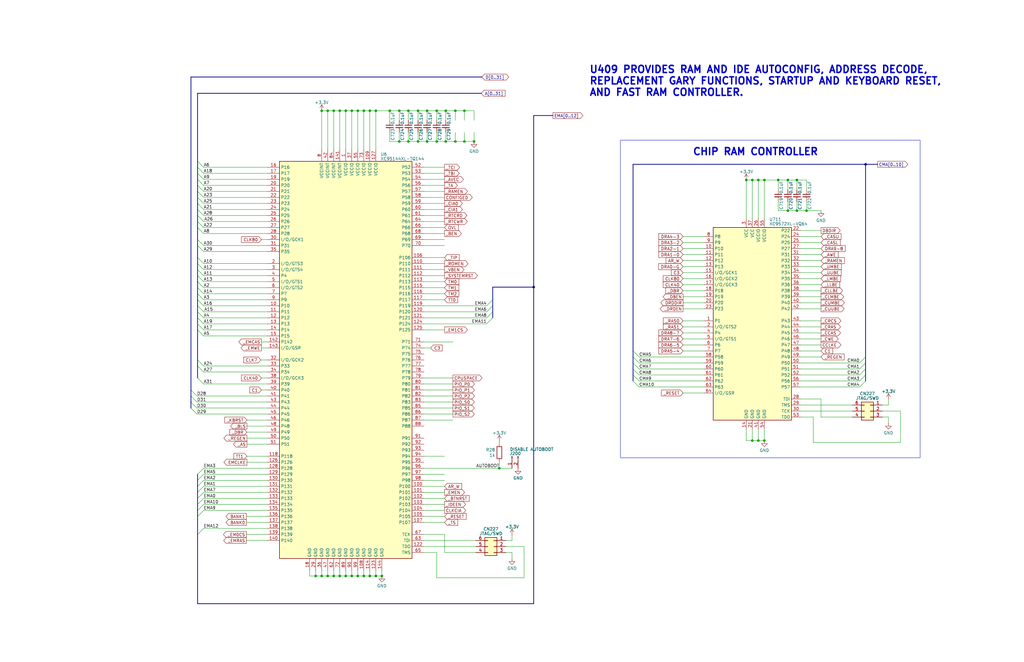
<source format=kicad_sch>
(kicad_sch (version 20230121) (generator eeschema)
  (paper "B")
  (title_block (title "AMIGA PCI") (date "2023-05-28") (rev "1"))
  (junction (at 148.336 243.078))
  (junction (at 180.086 59.69))
  (junction (at 140.716 46.736))
  (junction (at 161.036 243.078))
  (junction (at 195.834 46.736))
  (junction (at 322.326 185.928))
  (junction (at 145.796 243.078))
  (junction (at 319.786 185.928))
  (junction (at 168.402 59.69))
  (junction (at 153.416 46.736))
  (junction (at 158.496 46.736))
  (junction (at 336.042 75.946))
  (junction (at 148.336 46.736))
  (junction (at 184.15 46.736))
  (junction (at 192.024 46.736))
  (junction (at 143.256 46.736))
  (junction (at 150.876 243.078))
  (junction (at 153.416 243.078))
  (junction (at 336.042 88.9))
  (junction (at 176.276 59.69))
  (junction (at 155.956 243.078))
  (junction (at 138.176 243.078))
  (junction (at 145.796 46.736))
  (junction (at 319.786 75.946))
  (junction (at 317.246 75.946))
  (junction (at 138.176 46.736))
  (junction (at 322.326 75.946))
  (junction (at 340.106 88.9))
  (junction (at 135.636 46.736))
  (junction (at 150.876 46.736))
  (junction (at 155.956 46.736))
  (junction (at 195.834 59.69))
  (junction (at 332.232 88.9))
  (junction (at 328.168 75.946))
  (junction (at 172.212 46.736))
  (junction (at 133.096 243.078))
  (junction (at 143.256 243.078))
  (junction (at 317.246 185.928))
  (junction (at 187.96 46.736))
  (junction (at 176.276 46.736))
  (junction (at 135.636 243.078))
  (junction (at 164.338 46.736))
  (junction (at 168.402 46.736))
  (junction (at 210.566 197.612))
  (junction (at 332.232 75.946))
  (junction (at 225.044 121.158))
  (junction (at 172.212 59.69))
  (junction (at 184.15 59.69))
  (junction (at 199.898 59.69))
  (junction (at 140.716 243.078))
  (junction (at 314.706 75.946))
  (junction (at 158.496 243.078))
  (junction (at 180.086 46.736))
  (junction (at 364.998 69.342))
  (junction (at 187.96 59.69))
  (junction (at 192.024 59.69))
  (bus_entry (at 85.852 134.112) (size -2.54 -2.54))
  (bus_entry (at 362.458 160.782) (size 2.54 -2.54))
  (bus_entry (at 85.852 215.392) (size -2.54 2.54))
  (bus_entry (at 205.232 136.652) (size 2.54 -2.54))
  (bus_entry (at 85.852 126.492) (size -2.54 -2.54))
  (bus_entry (at 83.058 174.752) (size -2.54 -2.54))
  (bus_entry (at 205.232 129.032) (size 2.54 -2.54))
  (bus_entry (at 85.852 200.152) (size -2.54 2.54))
  (bus_entry (at 269.494 160.782) (size -2.54 -2.54))
  (bus_entry (at 362.458 163.322) (size 2.54 -2.54))
  (bus_entry (at 85.852 202.692) (size -2.54 2.54))
  (bus_entry (at 85.852 121.412) (size -2.54 -2.54))
  (bus_entry (at 85.852 73.152) (size -2.54 -2.54))
  (bus_entry (at 362.458 153.162) (size 2.54 -2.54))
  (bus_entry (at 85.852 118.872) (size -2.54 -2.54))
  (bus_entry (at 85.852 83.312) (size -2.54 -2.54))
  (bus_entry (at 85.852 139.192) (size -2.54 -2.54))
  (bus_entry (at 85.852 116.332) (size -2.54 -2.54))
  (bus_entry (at 85.852 96.012) (size -2.54 -2.54))
  (bus_entry (at 85.852 154.432) (size -2.54 -2.54))
  (bus_entry (at 269.494 163.322) (size -2.54 -2.54))
  (bus_entry (at 85.852 75.692) (size -2.54 -2.54))
  (bus_entry (at 85.852 156.972) (size -2.54 -2.54))
  (bus_entry (at 85.852 111.252) (size -2.54 -2.54))
  (bus_entry (at 205.232 131.572) (size 2.54 -2.54))
  (bus_entry (at 85.852 113.792) (size -2.54 -2.54))
  (bus_entry (at 85.852 207.772) (size -2.54 2.54))
  (bus_entry (at 269.494 153.162) (size -2.54 -2.54))
  (bus_entry (at 83.058 172.212) (size -2.54 -2.54))
  (bus_entry (at 85.852 131.572) (size -2.54 -2.54))
  (bus_entry (at 85.852 212.852) (size -2.54 2.54))
  (bus_entry (at 85.852 78.232) (size -2.54 -2.54))
  (bus_entry (at 85.852 123.952) (size -2.54 -2.54))
  (bus_entry (at 85.852 80.772) (size -2.54 -2.54))
  (bus_entry (at 85.852 70.612) (size -2.54 -2.54))
  (bus_entry (at 362.458 155.702) (size 2.54 -2.54))
  (bus_entry (at 269.494 158.242) (size -2.54 -2.54))
  (bus_entry (at 85.852 223.012) (size -2.54 2.54))
  (bus_entry (at 83.058 167.132) (size -2.54 -2.54))
  (bus_entry (at 85.852 103.632) (size -2.54 -2.54))
  (bus_entry (at 85.852 88.392) (size -2.54 -2.54))
  (bus_entry (at 85.852 136.652) (size -2.54 -2.54))
  (bus_entry (at 205.232 134.112) (size 2.54 -2.54))
  (bus_entry (at 83.058 169.672) (size -2.54 -2.54))
  (bus_entry (at 85.852 129.032) (size -2.54 -2.54))
  (bus_entry (at 85.852 90.932) (size -2.54 -2.54))
  (bus_entry (at 85.852 106.172) (size -2.54 -2.54))
  (bus_entry (at 85.852 210.312) (size -2.54 2.54))
  (bus_entry (at 85.852 98.552) (size -2.54 -2.54))
  (bus_entry (at 85.852 85.852) (size -2.54 -2.54))
  (bus_entry (at 85.852 197.612) (size -2.54 2.54))
  (bus_entry (at 85.852 205.232) (size -2.54 2.54))
  (bus_entry (at 269.494 150.622) (size -2.54 -2.54))
  (bus_entry (at 85.852 162.052) (size -2.54 -2.54))
  (bus_entry (at 85.852 93.472) (size -2.54 -2.54))
  (bus_entry (at 269.494 155.702) (size -2.54 -2.54))
  (bus_entry (at 85.852 141.732) (size -2.54 -2.54))
  (bus_entry (at 362.458 158.242) (size 2.54 -2.54))
  (wire (pts (xy 372.11 173.482) (xy 379.73 173.482)))
  (wire (pts (xy 337.566 140.462) (xy 346.202 140.462)))
  (wire (pts (xy 85.852 103.632) (xy 112.776 103.632)))
  (wire (pts (xy 138.176 62.992) (xy 138.176 46.736)))
  (wire (pts (xy 195.834 46.736) (xy 192.024 46.736)))
  (wire (pts (xy 288.036 137.922) (xy 296.926 137.922)))
  (wire (pts (xy 85.852 139.192) (xy 112.776 139.192)))
  (wire (pts (xy 164.338 59.69) (xy 168.402 59.69)))
  (wire (pts (xy 372.11 170.942) (xy 374.65 170.942)))
  (wire (pts (xy 187.452 126.492) (xy 178.816 126.492)))
  (wire (pts (xy 172.212 46.736) (xy 168.402 46.736)))
  (wire (pts (xy 288.036 109.982) (xy 296.926 109.982)))
  (wire (pts (xy 288.036 148.082) (xy 296.926 148.082)))
  (wire (pts (xy 133.096 243.078) (xy 135.636 243.078)))
  (wire (pts (xy 332.232 88.9) (xy 336.042 88.9)))
  (wire (pts (xy 187.452 121.412) (xy 178.816 121.412)))
  (bus (pts (xy 83.312 93.472) (xy 83.312 96.012)))
  (wire (pts (xy 112.776 96.012) (xy 85.852 96.012)))
  (wire (pts (xy 85.852 156.972) (xy 112.776 156.972)))
  (wire (pts (xy 269.494 153.162) (xy 296.926 153.162)))
  (wire (pts (xy 187.96 55.88) (xy 187.96 59.69)))
  (wire (pts (xy 150.876 243.078) (xy 153.416 243.078)))
  (wire (pts (xy 288.036 140.462) (xy 296.926 140.462)))
  (wire (pts (xy 145.796 243.078) (xy 148.336 243.078)))
  (wire (pts (xy 288.036 107.442) (xy 296.926 107.442)))
  (wire (pts (xy 342.9 176.022) (xy 337.566 176.022)))
  (wire (pts (xy 85.852 70.612) (xy 112.776 70.612)))
  (wire (pts (xy 104.14 179.832) (xy 112.776 179.832)))
  (wire (pts (xy 112.776 134.112) (xy 85.852 134.112)))
  (wire (pts (xy 178.816 88.392) (xy 187.452 88.392)))
  (wire (pts (xy 130.556 243.078) (xy 133.096 243.078)))
  (wire (pts (xy 195.834 55.88) (xy 195.834 59.69)))
  (wire (pts (xy 135.636 243.078) (xy 138.176 243.078)))
  (wire (pts (xy 195.834 46.736) (xy 195.834 50.8)))
  (wire (pts (xy 104.14 182.372) (xy 112.776 182.372)))
  (wire (pts (xy 192.024 46.736) (xy 192.024 50.8)))
  (bus (pts (xy 83.312 39.37) (xy 202.946 39.37)))
  (wire (pts (xy 336.042 75.946) (xy 336.042 80.01)))
  (wire (pts (xy 85.852 88.392) (xy 112.776 88.392)))
  (wire (pts (xy 337.566 117.602) (xy 346.202 117.602)))
  (wire (pts (xy 362.458 160.782) (xy 337.566 160.782)))
  (wire (pts (xy 161.036 243.078) (xy 161.036 240.792)))
  (wire (pts (xy 110.236 146.812) (xy 112.776 146.812)))
  (wire (pts (xy 85.852 215.392) (xy 112.776 215.392)))
  (bus (pts (xy 266.954 153.162) (xy 266.954 150.622)))
  (wire (pts (xy 187.452 103.632) (xy 178.816 103.632)))
  (wire (pts (xy 178.816 230.632) (xy 200.66 230.632)))
  (bus (pts (xy 83.312 121.412) (xy 83.312 118.872)))
  (wire (pts (xy 317.246 92.202) (xy 317.246 75.946)))
  (wire (pts (xy 85.852 210.312) (xy 112.776 210.312)))
  (bus (pts (xy 266.954 69.342) (xy 364.998 69.342)))
  (wire (pts (xy 187.96 46.736) (xy 187.96 50.8)))
  (wire (pts (xy 322.326 181.102) (xy 322.326 185.928)))
  (wire (pts (xy 180.086 59.69) (xy 184.15 59.69)))
  (wire (pts (xy 153.416 243.078) (xy 155.956 243.078)))
  (bus (pts (xy 83.312 131.572) (xy 83.312 129.032)))
  (bus (pts (xy 83.312 118.872) (xy 83.312 116.332)))
  (wire (pts (xy 178.816 75.692) (xy 187.452 75.692)))
  (wire (pts (xy 346.202 150.622) (xy 337.566 150.622)))
  (wire (pts (xy 337.566 143.002) (xy 346.202 143.002)))
  (wire (pts (xy 317.246 75.946) (xy 314.706 75.946)))
  (wire (pts (xy 187.96 59.69) (xy 192.024 59.69)))
  (wire (pts (xy 372.11 176.022) (xy 374.65 176.022)))
  (wire (pts (xy 314.706 181.102) (xy 314.706 185.928)))
  (wire (pts (xy 172.212 59.69) (xy 176.276 59.69)))
  (wire (pts (xy 337.566 112.522) (xy 346.202 112.522)))
  (bus (pts (xy 83.312 134.112) (xy 83.312 131.572)))
  (wire (pts (xy 164.338 55.88) (xy 164.338 59.69)))
  (bus (pts (xy 364.998 150.622) (xy 364.998 153.162)))
  (wire (pts (xy 112.776 116.332) (xy 85.852 116.332)))
  (wire (pts (xy 337.566 99.822) (xy 346.202 99.822)))
  (wire (pts (xy 215.9 197.612) (xy 210.566 197.612)))
  (bus (pts (xy 364.998 69.342) (xy 370.078 69.342)))
  (wire (pts (xy 178.816 78.232) (xy 187.452 78.232)))
  (wire (pts (xy 145.796 46.736) (xy 143.256 46.736)))
  (wire (pts (xy 332.232 75.946) (xy 332.232 80.01)))
  (wire (pts (xy 337.566 130.302) (xy 346.202 130.302)))
  (wire (pts (xy 178.816 108.712) (xy 187.452 108.712)))
  (wire (pts (xy 104.14 192.532) (xy 112.776 192.532)))
  (wire (pts (xy 103.886 228.092) (xy 112.776 228.092)))
  (bus (pts (xy 225.044 48.768) (xy 225.044 121.158)))
  (wire (pts (xy 155.956 46.736) (xy 153.416 46.736)))
  (wire (pts (xy 112.776 75.692) (xy 85.852 75.692)))
  (wire (pts (xy 337.566 120.142) (xy 346.202 120.142)))
  (bus (pts (xy 80.518 169.672) (xy 80.518 167.132)))
  (wire (pts (xy 187.452 139.192) (xy 178.816 139.192)))
  (bus (pts (xy 83.312 111.252) (xy 83.312 113.792)))
  (wire (pts (xy 337.566 137.922) (xy 346.202 137.922)))
  (wire (pts (xy 379.73 186.69) (xy 342.9 186.69)))
  (wire (pts (xy 317.246 185.928) (xy 319.786 185.928)))
  (wire (pts (xy 178.816 144.272) (xy 191.008 144.272)))
  (wire (pts (xy 288.036 122.682) (xy 296.926 122.682)))
  (wire (pts (xy 178.816 73.152) (xy 187.452 73.152)))
  (wire (pts (xy 178.816 167.132) (xy 191.008 167.132)))
  (bus (pts (xy 83.312 151.892) (xy 83.312 154.432)))
  (wire (pts (xy 85.852 85.852) (xy 112.776 85.852)))
  (wire (pts (xy 148.336 240.792) (xy 148.336 243.078)))
  (wire (pts (xy 362.458 163.322) (xy 337.566 163.322)))
  (wire (pts (xy 192.024 46.736) (xy 187.96 46.736)))
  (wire (pts (xy 288.036 127.762) (xy 296.926 127.762)))
  (wire (pts (xy 288.036 104.902) (xy 296.926 104.902)))
  (wire (pts (xy 103.886 217.932) (xy 112.776 217.932)))
  (bus (pts (xy 83.312 139.192) (xy 83.312 151.892)))
  (wire (pts (xy 337.566 168.402) (xy 346.202 168.402)))
  (bus (pts (xy 364.998 155.702) (xy 364.998 158.242)))
  (wire (pts (xy 269.494 150.622) (xy 296.926 150.622)))
  (wire (pts (xy 85.852 205.232) (xy 112.776 205.232)))
  (bus (pts (xy 83.312 136.652) (xy 83.312 134.112)))
  (wire (pts (xy 180.086 46.736) (xy 180.086 50.8)))
  (wire (pts (xy 112.776 169.672) (xy 83.058 169.672)))
  (bus (pts (xy 83.312 80.772) (xy 83.312 78.232)))
  (bus (pts (xy 266.954 155.702) (xy 266.954 153.162)))
  (wire (pts (xy 153.416 62.992) (xy 153.416 46.736)))
  (wire (pts (xy 187.452 217.932) (xy 178.816 217.932)))
  (wire (pts (xy 181.61 146.812) (xy 178.816 146.812)))
  (wire (pts (xy 314.706 75.946) (xy 314.706 92.202)))
  (wire (pts (xy 168.402 59.69) (xy 172.212 59.69)))
  (wire (pts (xy 158.496 243.078) (xy 161.036 243.078)))
  (wire (pts (xy 337.566 104.902) (xy 346.202 104.902)))
  (wire (pts (xy 213.36 230.632) (xy 220.98 230.632)))
  (wire (pts (xy 269.494 158.242) (xy 296.926 158.242)))
  (wire (pts (xy 195.834 59.69) (xy 199.898 59.69)))
  (bus (pts (xy 83.312 78.232) (xy 83.312 75.692)))
  (wire (pts (xy 379.73 173.482) (xy 379.73 186.69)))
  (wire (pts (xy 178.816 200.152) (xy 187.452 200.152)))
  (wire (pts (xy 288.036 135.382) (xy 296.926 135.382)))
  (wire (pts (xy 288.036 145.542) (xy 296.926 145.542)))
  (bus (pts (xy 207.772 134.112) (xy 207.772 131.572)))
  (wire (pts (xy 178.816 70.612) (xy 187.452 70.612)))
  (wire (pts (xy 110.236 101.092) (xy 112.776 101.092)))
  (bus (pts (xy 83.312 136.906) (xy 83.312 139.192)))
  (wire (pts (xy 342.9 186.69) (xy 342.9 176.022)))
  (bus (pts (xy 83.312 225.552) (xy 83.312 254.762)))
  (wire (pts (xy 104.14 187.452) (xy 112.776 187.452)))
  (wire (pts (xy 199.898 46.736) (xy 195.834 46.736)))
  (wire (pts (xy 184.15 243.84) (xy 184.15 233.172)))
  (wire (pts (xy 269.494 163.322) (xy 296.926 163.322)))
  (wire (pts (xy 288.036 117.602) (xy 296.926 117.602)))
  (wire (pts (xy 110.236 159.512) (xy 112.776 159.512)))
  (bus (pts (xy 83.312 103.632) (xy 83.312 108.712)))
  (wire (pts (xy 337.566 102.362) (xy 346.202 102.362)))
  (bus (pts (xy 83.312 215.392) (xy 83.312 217.932)))
  (wire (pts (xy 187.452 118.872) (xy 178.816 118.872)))
  (bus (pts (xy 266.954 158.242) (xy 266.954 155.702)))
  (wire (pts (xy 85.852 212.852) (xy 112.776 212.852)))
  (wire (pts (xy 337.566 158.242) (xy 362.458 158.242)))
  (wire (pts (xy 328.168 88.9) (xy 332.232 88.9)))
  (wire (pts (xy 112.776 136.652) (xy 85.852 136.652)))
  (wire (pts (xy 337.566 115.062) (xy 346.202 115.062)))
  (wire (pts (xy 110.236 144.272) (xy 112.776 144.272)))
  (wire (pts (xy 374.65 168.656) (xy 374.65 170.942)))
  (wire (pts (xy 178.816 90.932) (xy 187.452 90.932)))
  (wire (pts (xy 158.496 62.992) (xy 158.496 46.736)))
  (wire (pts (xy 168.402 46.736) (xy 168.402 50.8)))
  (wire (pts (xy 164.338 46.736) (xy 158.496 46.736)))
  (wire (pts (xy 112.776 167.132) (xy 83.058 167.132)))
  (bus (pts (xy 266.954 148.082) (xy 266.954 69.342)))
  (bus (pts (xy 83.312 123.952) (xy 83.312 121.412)))
  (wire (pts (xy 112.776 90.932) (xy 85.852 90.932)))
  (wire (pts (xy 288.036 99.822) (xy 296.926 99.822)))
  (wire (pts (xy 184.15 233.172) (xy 178.816 233.172)))
  (wire (pts (xy 178.816 93.472) (xy 187.452 93.472)))
  (wire (pts (xy 296.926 165.862) (xy 288.036 165.862)))
  (wire (pts (xy 178.816 159.512) (xy 191.008 159.512)))
  (wire (pts (xy 112.776 83.312) (xy 85.852 83.312)))
  (wire (pts (xy 359.41 176.022) (xy 346.202 176.022)))
  (wire (pts (xy 337.566 173.482) (xy 359.41 173.482)))
  (wire (pts (xy 332.232 85.09) (xy 332.232 88.9)))
  (wire (pts (xy 140.716 46.736) (xy 138.176 46.736)))
  (wire (pts (xy 172.212 55.88) (xy 172.212 59.69)))
  (wire (pts (xy 210.566 186.182) (xy 210.566 187.198)))
  (wire (pts (xy 322.326 92.202) (xy 322.326 75.946)))
  (wire (pts (xy 85.852 154.432) (xy 112.776 154.432)))
  (bus (pts (xy 207.772 126.492) (xy 207.772 121.158)))
  (wire (pts (xy 187.452 192.532) (xy 178.816 192.532)))
  (wire (pts (xy 337.566 122.682) (xy 346.202 122.682)))
  (wire (pts (xy 148.336 243.078) (xy 150.876 243.078)))
  (bus (pts (xy 225.044 121.158) (xy 225.044 254.762)))
  (wire (pts (xy 319.786 181.102) (xy 319.786 185.928)))
  (wire (pts (xy 336.042 88.9) (xy 340.106 88.9)))
  (bus (pts (xy 80.518 167.132) (xy 80.518 164.592)))
  (wire (pts (xy 337.566 135.382) (xy 346.202 135.382)))
  (wire (pts (xy 337.566 155.702) (xy 362.458 155.702)))
  (wire (pts (xy 112.776 73.152) (xy 85.852 73.152)))
  (wire (pts (xy 153.416 240.792) (xy 153.416 243.078)))
  (wire (pts (xy 133.096 240.792) (xy 133.096 243.078)))
  (wire (pts (xy 112.776 118.872) (xy 85.852 118.872)))
  (wire (pts (xy 153.416 46.736) (xy 150.876 46.736)))
  (bus (pts (xy 80.518 172.212) (xy 80.518 169.672)))
  (wire (pts (xy 187.96 46.736) (xy 184.15 46.736)))
  (bus (pts (xy 83.312 85.852) (xy 83.312 83.312)))
  (wire (pts (xy 112.776 123.952) (xy 85.852 123.952)))
  (wire (pts (xy 109.982 151.892) (xy 112.776 151.892)))
  (bus (pts (xy 83.312 154.432) (xy 83.312 159.512)))
  (wire (pts (xy 205.232 129.032) (xy 178.816 129.032)))
  (bus (pts (xy 364.998 158.242) (xy 364.998 160.782)))
  (wire (pts (xy 178.816 228.092) (xy 200.66 228.092)))
  (wire (pts (xy 178.816 207.772) (xy 187.452 207.772)))
  (wire (pts (xy 220.98 243.84) (xy 184.15 243.84)))
  (wire (pts (xy 172.212 46.736) (xy 172.212 50.8)))
  (wire (pts (xy 288.036 102.362) (xy 296.926 102.362)))
  (wire (pts (xy 85.852 202.692) (xy 112.776 202.692)))
  (wire (pts (xy 210.566 197.612) (xy 178.816 197.612)))
  (bus (pts (xy 266.954 160.782) (xy 266.954 158.242)))
  (wire (pts (xy 184.15 46.736) (xy 184.15 50.8)))
  (wire (pts (xy 337.566 127.762) (xy 346.202 127.762)))
  (wire (pts (xy 178.816 169.672) (xy 191.008 169.672)))
  (wire (pts (xy 328.168 75.946) (xy 328.168 80.01)))
  (wire (pts (xy 200.66 233.172) (xy 187.452 233.172)))
  (wire (pts (xy 187.452 123.952) (xy 178.816 123.952)))
  (wire (pts (xy 374.65 176.022) (xy 374.65 178.562)))
  (wire (pts (xy 112.776 111.252) (xy 85.852 111.252)))
  (wire (pts (xy 332.232 75.946) (xy 328.168 75.946)))
  (wire (pts (xy 328.168 75.946) (xy 322.326 75.946)))
  (wire (pts (xy 187.452 233.172) (xy 187.452 225.552)))
  (wire (pts (xy 85.852 223.012) (xy 112.776 223.012)))
  (wire (pts (xy 150.876 46.736) (xy 150.876 62.992)))
  (wire (pts (xy 192.024 59.69) (xy 195.834 59.69)))
  (wire (pts (xy 155.956 240.792) (xy 155.956 243.078)))
  (wire (pts (xy 288.036 143.002) (xy 296.926 143.002)))
  (wire (pts (xy 205.232 131.572) (xy 178.816 131.572)))
  (wire (pts (xy 184.15 46.736) (xy 180.086 46.736)))
  (wire (pts (xy 85.852 162.052) (xy 112.776 162.052)))
  (bus (pts (xy 83.312 101.092) (xy 83.312 103.632)))
  (bus (pts (xy 83.312 68.072) (xy 83.312 39.37)))
  (wire (pts (xy 178.816 83.312) (xy 187.452 83.312)))
  (wire (pts (xy 112.776 172.212) (xy 83.058 172.212)))
  (wire (pts (xy 180.086 46.736) (xy 176.276 46.736)))
  (wire (pts (xy 178.816 98.552) (xy 187.452 98.552)))
  (wire (pts (xy 215.9 225.806) (xy 215.9 228.092)))
  (wire (pts (xy 85.852 106.172) (xy 112.776 106.172)))
  (wire (pts (xy 112.776 129.032) (xy 85.852 129.032)))
  (wire (pts (xy 178.816 202.692) (xy 187.452 202.692)))
  (wire (pts (xy 362.458 153.162) (xy 337.566 153.162)))
  (wire (pts (xy 328.168 85.09) (xy 328.168 88.9)))
  (wire (pts (xy 103.886 225.552) (xy 112.776 225.552)))
  (wire (pts (xy 85.852 141.732) (xy 112.776 141.732)))
  (wire (pts (xy 178.816 225.552) (xy 187.452 225.552)))
  (bus (pts (xy 225.044 48.768) (xy 233.172 48.768)))
  (wire (pts (xy 85.852 126.492) (xy 112.776 126.492)))
  (wire (pts (xy 135.636 46.736) (xy 135.636 62.992)))
  (bus (pts (xy 83.312 205.232) (xy 83.312 207.772)))
  (bus (pts (xy 83.312 217.932) (xy 83.312 225.552)))
  (wire (pts (xy 288.036 115.062) (xy 296.926 115.062)))
  (wire (pts (xy 130.556 240.792) (xy 130.556 243.078)))
  (bus (pts (xy 83.312 200.152) (xy 83.312 202.692)))
  (wire (pts (xy 143.256 243.078) (xy 145.796 243.078)))
  (bus (pts (xy 266.954 150.622) (xy 266.954 148.082)))
  (wire (pts (xy 178.816 111.252) (xy 187.452 111.252)))
  (wire (pts (xy 340.106 85.09) (xy 340.106 88.9)))
  (wire (pts (xy 288.036 130.302) (xy 296.926 130.302)))
  (wire (pts (xy 110.236 164.592) (xy 112.776 164.592)))
  (wire (pts (xy 205.232 136.652) (xy 178.816 136.652)))
  (wire (pts (xy 176.276 46.736) (xy 172.212 46.736)))
  (wire (pts (xy 103.886 220.472) (xy 112.776 220.472)))
  (bus (pts (xy 364.998 153.162) (xy 364.998 155.702)))
  (bus (pts (xy 207.772 131.572) (xy 207.772 129.032)))
  (wire (pts (xy 178.816 164.592) (xy 191.008 164.592)))
  (wire (pts (xy 143.256 46.736) (xy 140.716 46.736)))
  (wire (pts (xy 85.852 207.772) (xy 112.776 207.772)))
  (bus (pts (xy 83.312 210.312) (xy 83.312 212.852)))
  (wire (pts (xy 340.106 75.946) (xy 340.106 80.01)))
  (wire (pts (xy 140.716 46.736) (xy 140.716 62.992)))
  (wire (pts (xy 336.042 85.09) (xy 336.042 88.9)))
  (wire (pts (xy 337.566 97.282) (xy 346.202 97.282)))
  (wire (pts (xy 184.15 59.69) (xy 187.96 59.69)))
  (bus (pts (xy 83.312 83.312) (xy 83.312 80.772)))
  (bus (pts (xy 83.312 254.762) (xy 225.044 254.762)))
  (wire (pts (xy 314.706 185.928) (xy 317.246 185.928)))
  (wire (pts (xy 148.336 46.736) (xy 150.876 46.736)))
  (wire (pts (xy 178.816 172.212) (xy 191.008 172.212)))
  (wire (pts (xy 148.336 62.992) (xy 148.336 46.736)))
  (wire (pts (xy 112.776 174.752) (xy 83.058 174.752)))
  (wire (pts (xy 112.776 93.472) (xy 85.852 93.472)))
  (wire (pts (xy 213.36 228.092) (xy 215.9 228.092)))
  (wire (pts (xy 336.042 75.946) (xy 332.232 75.946)))
  (wire (pts (xy 176.276 55.88) (xy 176.276 59.69)))
  (wire (pts (xy 322.326 75.946) (xy 319.786 75.946)))
  (wire (pts (xy 138.176 240.792) (xy 138.176 243.078)))
  (wire (pts (xy 164.338 46.736) (xy 164.338 50.8)))
  (wire (pts (xy 145.796 240.792) (xy 145.796 243.078)))
  (bus (pts (xy 80.518 32.512) (xy 203.2 32.512)))
  (wire (pts (xy 319.786 92.202) (xy 319.786 75.946)))
  (bus (pts (xy 83.312 207.772) (xy 83.312 210.312)))
  (wire (pts (xy 178.816 162.052) (xy 191.008 162.052)))
  (wire (pts (xy 85.852 200.152) (xy 112.776 200.152)))
  (bus (pts (xy 83.312 108.712) (xy 83.312 111.252)))
  (wire (pts (xy 337.566 170.942) (xy 359.41 170.942)))
  (wire (pts (xy 148.336 46.736) (xy 145.796 46.736)))
  (wire (pts (xy 178.816 113.792) (xy 187.452 113.792)))
  (wire (pts (xy 319.786 185.928) (xy 322.326 185.928)))
  (wire (pts (xy 85.852 113.792) (xy 112.776 113.792)))
  (wire (pts (xy 158.496 240.792) (xy 158.496 243.078)))
  (bus (pts (xy 83.312 116.332) (xy 83.312 113.792)))
  (wire (pts (xy 346.202 176.022) (xy 346.202 168.402)))
  (bus (pts (xy 207.772 121.158) (xy 225.044 121.158)))
  (bus (pts (xy 83.312 126.492) (xy 83.312 123.952)))
  (bus (pts (xy 83.312 93.472) (xy 83.312 90.932)))
  (wire (pts (xy 205.232 134.112) (xy 178.816 134.112)))
  (bus (pts (xy 83.312 88.392) (xy 83.312 85.852)))
  (bus (pts (xy 83.312 90.932) (xy 83.312 88.392)))
  (wire (pts (xy 176.276 59.69) (xy 180.086 59.69)))
  (wire (pts (xy 178.816 210.312) (xy 187.452 210.312)))
  (wire (pts (xy 143.256 62.992) (xy 143.256 46.736)))
  (bus (pts (xy 83.312 129.032) (xy 83.312 126.492)))
  (wire (pts (xy 85.852 197.612) (xy 112.776 197.612)))
  (wire (pts (xy 145.796 62.992) (xy 145.796 46.736)))
  (wire (pts (xy 155.956 243.078) (xy 158.496 243.078)))
  (wire (pts (xy 178.816 85.852) (xy 187.452 85.852)))
  (wire (pts (xy 104.14 184.912) (xy 112.776 184.912)))
  (bus (pts (xy 207.772 129.032) (xy 207.772 126.492)))
  (wire (pts (xy 178.816 80.772) (xy 187.452 80.772)))
  (wire (pts (xy 140.716 243.078) (xy 143.256 243.078)))
  (wire (pts (xy 187.452 212.852) (xy 178.816 212.852)))
  (wire (pts (xy 135.636 240.792) (xy 135.636 243.078)))
  (bus (pts (xy 83.312 75.692) (xy 83.312 73.152)))
  (wire (pts (xy 340.106 88.9) (xy 346.202 88.9)))
  (wire (pts (xy 288.036 120.142) (xy 296.926 120.142)))
  (wire (pts (xy 269.494 160.782) (xy 296.926 160.782)))
  (bus (pts (xy 83.312 202.692) (xy 83.312 205.232)))
  (wire (pts (xy 187.452 116.332) (xy 178.816 116.332)))
  (wire (pts (xy 288.036 125.222) (xy 296.926 125.222)))
  (wire (pts (xy 187.452 101.092) (xy 178.816 101.092)))
  (wire (pts (xy 337.566 125.222) (xy 346.202 125.222)))
  (wire (pts (xy 180.086 55.88) (xy 180.086 59.69)))
  (wire (pts (xy 199.898 55.88) (xy 199.898 59.69)))
  (wire (pts (xy 337.566 107.442) (xy 346.202 107.442)))
  (wire (pts (xy 317.246 181.102) (xy 317.246 185.928)))
  (wire (pts (xy 178.816 96.012) (xy 187.452 96.012)))
  (bus (pts (xy 83.312 68.072) (xy 83.312 70.612)))
  (wire (pts (xy 215.9 233.172) (xy 215.9 235.712)))
  (wire (pts (xy 210.566 194.818) (xy 210.566 197.612)))
  (bus (pts (xy 83.312 212.852) (xy 83.312 215.392)))
  (wire (pts (xy 199.898 46.736) (xy 199.898 50.8)))
  (wire (pts (xy 319.786 75.946) (xy 317.246 75.946)))
  (wire (pts (xy 140.716 240.792) (xy 140.716 243.078)))
  (bus (pts (xy 80.518 32.512) (xy 80.518 164.592)))
  (wire (pts (xy 337.566 109.982) (xy 346.202 109.982)))
  (wire (pts (xy 143.256 240.792) (xy 143.256 243.078)))
  (wire (pts (xy 220.98 230.632) (xy 220.98 243.84)))
  (wire (pts (xy 213.36 233.172) (xy 215.9 233.172)))
  (wire (pts (xy 178.816 205.232) (xy 187.452 205.232)))
  (wire (pts (xy 112.776 131.572) (xy 85.852 131.572)))
  (wire (pts (xy 178.816 220.472) (xy 187.452 220.472)))
  (wire (pts (xy 158.496 46.736) (xy 155.956 46.736)))
  (wire (pts (xy 112.776 78.232) (xy 85.852 78.232)))
  (wire (pts (xy 187.452 215.392) (xy 178.816 215.392)))
  (wire (pts (xy 176.276 46.736) (xy 176.276 50.8)))
  (wire (pts (xy 288.036 112.522) (xy 296.926 112.522)))
  (wire (pts (xy 112.776 80.772) (xy 85.852 80.772)))
  (wire (pts (xy 168.402 55.88) (xy 168.402 59.69)))
  (wire (pts (xy 85.852 98.552) (xy 112.776 98.552)))
  (wire (pts (xy 269.494 155.702) (xy 296.926 155.702)))
  (wire (pts (xy 178.816 174.752) (xy 191.008 174.752)))
  (wire (pts (xy 150.876 240.792) (xy 150.876 243.078)))
  (wire (pts (xy 104.14 177.292) (xy 112.776 177.292)))
  (bus (pts (xy 83.312 96.012) (xy 83.312 101.092)))
  (wire (pts (xy 192.024 55.88) (xy 192.024 59.69)))
  (wire (pts (xy 155.956 62.992) (xy 155.956 46.736)))
  (wire (pts (xy 104.14 195.072) (xy 112.776 195.072)))
  (bus (pts (xy 83.312 73.152) (xy 83.312 70.612)))
  (bus (pts (xy 364.998 69.342) (xy 364.998 150.622)))
  (wire (pts (xy 168.402 46.736) (xy 164.338 46.736)))
  (wire (pts (xy 138.176 243.078) (xy 140.716 243.078)))
  (wire (pts (xy 112.776 121.412) (xy 85.852 121.412)))
  (wire (pts (xy 346.202 148.082) (xy 337.566 148.082)))
  (wire (pts (xy 337.566 145.542) (xy 346.202 145.542)))
  (wire (pts (xy 184.15 55.88) (xy 184.15 59.69)))
  (wire (pts (xy 340.106 75.946) (xy 336.042 75.946)))
  (wire (pts (xy 178.816 177.292) (xy 191.008 177.292)))
  (wire (pts (xy 138.176 46.736) (xy 135.636 46.736)))
  (rectangle (start 261.62 59.182) (end 387.985 193.167))
  (text "CHIP RAM CONTROLLER" (at 291.973 65.913 0) (effects (font (size 3 3) (thickness 0.6) bold) (justify left bottom)))
  (text "U409 PROVIDES RAM AND IDE AUTOCONFIG, ADDRESS DECODE,\nREPLACEMENT GARY FUNCTIONS, STARTUP AND KEYBOARD RESET, \nAND FAST RAM CONTROLLER." (at 248.412 40.894 0) (effects (font (size 3 3) (thickness 0.6) bold) (justify left bottom)))
  (label "EMA10" (at 85.852 212.852 0))
  (label "CMA2" (at 362.458 158.242 180))
  (label "A30" (at 85.852 103.632 0))
  (label "A3" (at 85.852 126.492 0))
  (label "A27" (at 85.852 156.972 0))
  (label "A14" (at 85.852 123.952 0))
  (label "D31" (at 83.058 169.672 0))
  (label "A22" (at 85.852 96.012 0))
  (label "A26" (at 86.106 93.472 0))
  (label "A16" (at 85.852 129.032 0))
  (label "A4" (at 85.852 134.112 0))
  (label "A24" (at 85.852 154.432 0))
  (label "A10" (at 85.852 111.252 0))
  (label "A13" (at 85.852 118.872 0))
  (label "CMA10" (at 269.494 163.322 0))
  (label "A25" (at 85.852 85.852 0))
  (label "AUTOBOOT" (at 210.566 197.612 180))
  (label "A5" (at 85.852 141.732 0))
  (label "CMA8" (at 269.494 158.242 0))
  (label "A9" (at 85.852 75.692 0))
  (label "A21" (at 85.852 88.392 0))
  (label "EMA8" (at 205.232 134.112 180))
  (label "A19" (at 85.852 136.652 0))
  (label "A6" (at 85.852 70.612 0))
  (label "CMA3" (at 362.458 160.782 180))
  (label "A23" (at 85.852 83.312 0))
  (label "EMA4" (at 205.232 129.032 180))
  (label "A8" (at 85.852 98.552 0))
  (label "EMA5" (at 85.852 200.152 0))
  (label "EMA7" (at 85.852 207.772 0))
  (label "D28" (at 83.058 167.132 0))
  (label "EMA1" (at 85.852 205.232 0))
  (label "A15" (at 86.106 131.572 0))
  (label "CMA0" (at 362.458 153.162 180))
  (label "EMA12" (at 85.852 223.012 0))
  (label "A11" (at 85.852 116.332 0))
  (label "EMA0" (at 85.852 210.312 0))
  (label "EMA6" (at 205.232 131.572 180))
  (label "CMA4" (at 362.458 163.322 180))
  (label "D30" (at 83.058 172.212 0))
  (label "A20" (at 85.852 80.772 0))
  (label "A18" (at 85.852 73.152 0))
  (label "A29" (at 85.852 106.172 0))
  (label "A2" (at 85.852 121.412 0))
  (label "A31" (at 85.852 162.052 0))
  (label "A12" (at 85.852 113.792 0))
  (label "A28" (at 85.852 90.932 0))
  (label "EMA3" (at 85.852 197.612 0))
  (label "EMA2" (at 85.852 202.692 0))
  (label "D29" (at 83.058 174.752 0))
  (label "EMA9" (at 85.852 215.392 0))
  (label "CMA1" (at 362.458 155.702 180))
  (label "CMA7" (at 269.494 155.702 0))
  (label "CMA9" (at 269.494 160.782 0))
  (label "EMA11" (at 205.232 136.652 180))
  (label "A17" (at 85.852 139.192 0))
  (label "CMA6" (at 269.494 153.162 0))
  (label "CMA5" (at 269.494 150.622 0))
  (label "A7" (at 85.852 78.232 0))
  (global_label "_CASU" (shape input) (at 346.202 99.822 0) (effects (font (size 1.2954 1.2954))) (property "Intersheetrefs" "${INTERSHEET_REFS}" (at 355.1489 99.822 0) (effects (justify left))))
  (global_label "_REGEN" (shape output) (at 104.14 184.912 180) (effects (font (size 1.2954 1.2954))) (property "Intersheetrefs" "${INTERSHEET_REFS}" (at 93.8167 184.912 0) (effects (justify right))))
  (global_label "PIO_S2" (shape output) (at 191.008 174.752 0) (property "Intersheetrefs" "${INTERSHEET_REFS}" (at 200.5851 174.752 0) (effects (justify left))))
  (global_label "_CWE" (shape output) (at 346.202 143.002 0) (property "Intersheetrefs" "${INTERSHEET_REFS}" (at 353.9458 143.002 0) (effects (justify left))))
  (global_label "_UUBE" (shape input) (at 346.202 115.062 0) (property "Intersheetrefs" "${INTERSHEET_REFS}" (at 355.1554 115.062 0) (effects (justify left))))
  (global_label "_UMBE" (shape input) (at 346.202 112.522 0) (property "Intersheetrefs" "${INTERSHEET_REFS}" (at 355.2763 112.522 0) (effects (justify left))))
  (global_label "DRA7-6" (shape input) (at 288.036 143.002 180) (effects (font (size 1.2954 1.2954))) (property "Intersheetrefs" "${INTERSHEET_REFS}" (at 277.3003 143.002 0) (effects (justify right))))
  (global_label "_DBR" (shape input) (at 104.14 182.372 180) (property "Intersheetrefs" "${INTERSHEET_REFS}" (at 96.4566 182.372 0) (effects (justify right))))
  (global_label "_EMCAS" (shape output) (at 110.236 144.272 180) (property "Intersheetrefs" "${INTERSHEET_REFS}" (at 100.1147 144.272 0) (effects (justify right))))
  (global_label "_RTCRD" (shape output) (at 187.452 90.932 0) (property "Intersheetrefs" "${INTERSHEET_REFS}" (at 197.4524 90.932 0) (effects (justify left))))
  (global_label "TM0" (shape input) (at 187.452 118.872 0) (property "Intersheetrefs" "${INTERSHEET_REFS}" (at 194.0657 118.872 0) (effects (justify left))))
  (global_label "_RESET" (shape input) (at 187.452 217.932 0) (property "Intersheetrefs" "${INTERSHEET_REFS}" (at 197.1499 217.932 0) (effects (justify left))))
  (global_label "_CLMBE" (shape output) (at 346.202 125.222 0) (property "Intersheetrefs" "${INTERSHEET_REFS}" (at 356.2439 125.222 0) (effects (justify left))))
  (global_label "CONFIGED" (shape output) (at 187.452 83.312 0) (property "Intersheetrefs" "${INTERSHEET_REFS}" (at 199.6712 83.312 0) (effects (justify left))))
  (global_label "_TIP" (shape input) (at 187.452 108.712 0) (property "Intersheetrefs" "${INTERSHEET_REFS}" (at 194.1678 108.712 0) (effects (justify left))))
  (global_label "_EM0CS" (shape output) (at 103.886 225.552 180) (property "Intersheetrefs" "${INTERSHEET_REFS}" (at 93.6438 225.552 0) (effects (justify right))))
  (global_label "_ROMEN" (shape output) (at 187.452 111.252 0) (property "Intersheetrefs" "${INTERSHEET_REFS}" (at 197.9362 111.252 0) (effects (justify left))))
  (global_label "_TBI" (shape output) (at 187.452 73.152 0) (property "Intersheetrefs" "${INTERSHEET_REFS}" (at 194.1678 73.152 0) (effects (justify left))))
  (global_label "CLKCIA" (shape output) (at 187.452 215.392 0) (property "Intersheetrefs" "${INTERSHEET_REFS}" (at 196.8893 215.392 0) (effects (justify left))))
  (global_label "_AVEC" (shape output) (at 187.452 75.692 0) (property "Intersheetrefs" "${INTERSHEET_REFS}" (at 196.001 75.692 0) (effects (justify left))))
  (global_label "_CRCS" (shape output) (at 346.202 135.382 0) (property "Intersheetrefs" "${INTERSHEET_REFS}" (at 355.0949 135.382 0) (effects (justify left))))
  (global_label "_LLBE" (shape input) (at 346.202 120.142 0) (property "Intersheetrefs" "${INTERSHEET_REFS}" (at 354.5506 120.142 0) (effects (justify left))))
  (global_label "PIO_S0" (shape output) (at 191.008 169.672 0) (property "Intersheetrefs" "${INTERSHEET_REFS}" (at 200.5851 169.672 0) (effects (justify left))))
  (global_label "C3" (shape input) (at 181.61 146.812 0) (property "Intersheetrefs" "${INTERSHEET_REFS}" (at 186.9953 146.812 0) (effects (justify left))))
  (global_label "AR_W" (shape input) (at 288.036 109.982 180) (property "Intersheetrefs" "${INTERSHEET_REFS}" (at 280.3526 109.982 0) (effects (justify right))))
  (global_label "C1" (shape input) (at 346.202 148.082 0) (property "Intersheetrefs" "${INTERSHEET_REFS}" (at 351.6667 148.082 0) (effects (justify left))))
  (global_label "_CUMBE" (shape output) (at 346.202 127.762 0) (property "Intersheetrefs" "${INTERSHEET_REFS}" (at 356.5463 127.762 0) (effects (justify left))))
  (global_label "CLK80" (shape input) (at 288.036 117.602 180) (property "Intersheetrefs" "${INTERSHEET_REFS}" (at 279.0637 117.602 0) (effects (justify right))))
  (global_label "C1" (shape input) (at 110.236 164.592 180) (property "Intersheetrefs" "${INTERSHEET_REFS}" (at 104.8507 164.592 0) (effects (justify right))))
  (global_label "DRA5-4" (shape input) (at 288.036 148.082 180) (effects (font (size 1.2954 1.2954))) (property "Intersheetrefs" "${INTERSHEET_REFS}" (at 277.3003 148.082 0) (effects (justify right))))
  (global_label "TT1" (shape input) (at 104.14 192.532 180) (property "Intersheetrefs" "${INTERSHEET_REFS}" (at 98.0895 192.532 0) (effects (justify right))))
  (global_label "PIO_P0" (shape output) (at 191.008 162.052 0) (property "Intersheetrefs" "${INTERSHEET_REFS}" (at 200.6456 162.052 0) (effects (justify left))))
  (global_label "_TS" (shape input) (at 187.452 220.472 0) (property "Intersheetrefs" "${INTERSHEET_REFS}" (at 193.5025 220.472 0) (effects (justify left))))
  (global_label "_AWE" (shape input) (at 346.202 107.442 0) (effects (font (size 1.2954 1.2954))) (property "Intersheetrefs" "${INTERSHEET_REFS}" (at 353.9152 107.442 0) (effects (justify left))))
  (global_label "_RAMEN" (shape output) (at 187.452 80.772 0) (property "Intersheetrefs" "${INTERSHEET_REFS}" (at 197.6149 80.772 0) (effects (justify left))))
  (global_label "PIO_S1" (shape output) (at 191.008 172.212 0) (property "Intersheetrefs" "${INTERSHEET_REFS}" (at 200.5851 172.212 0) (effects (justify left))))
  (global_label "_BEN" (shape output) (at 187.452 98.552 0) (property "Intersheetrefs" "${INTERSHEET_REFS}" (at 195.0749 98.552 0) (effects (justify left))))
  (global_label "DRA3-2" (shape input) (at 288.036 102.362 180) (effects (font (size 1.2954 1.2954))) (property "Intersheetrefs" "${INTERSHEET_REFS}" (at 277.3003 102.362 0) (effects (justify right))))
  (global_label "_CCAS" (shape output) (at 346.202 140.462 0) (property "Intersheetrefs" "${INTERSHEET_REFS}" (at 354.9135 140.462 0) (effects (justify left))))
  (global_label "CPUSPACE" (shape output) (at 191.008 159.512 0) (property "Intersheetrefs" "${INTERSHEET_REFS}" (at 203.7714 159.512 0) (effects (justify left))))
  (global_label "_VBEN" (shape output) (at 187.452 113.792 0) (property "Intersheetrefs" "${INTERSHEET_REFS}" (at 196.2429 113.792 0) (effects (justify left))))
  (global_label "DRA0-G" (shape input) (at 288.036 112.522 180) (effects (font (size 1.2954 1.2954))) (property "Intersheetrefs" "${INTERSHEET_REFS}" (at 277.2386 112.522 0) (effects (justify right))))
  (global_label "_RAS0" (shape input) (at 288.036 135.382 180) (effects (font (size 1.2954 1.2954))) (property "Intersheetrefs" "${INTERSHEET_REFS}" (at 279.2125 135.382 0) (effects (justify right))))
  (global_label "_SYSTEMRST" (shape output) (at 187.452 116.332 0) (property "Intersheetrefs" "${INTERSHEET_REFS}" (at 201.9275 116.332 0) (effects (justify left))))
  (global_label "BANK1" (shape output) (at 103.886 217.932 180) (property "Intersheetrefs" "${INTERSHEET_REFS}" (at 94.7322 217.932 0) (effects (justify right))))
  (global_label "_EMRAS" (shape output) (at 103.886 228.092 180) (property "Intersheetrefs" "${INTERSHEET_REFS}" (at 93.7647 228.092 0) (effects (justify right))))
  (global_label "CMA[0..10]" (shape output) (at 370.078 69.342 0) (property "Intersheetrefs" "${INTERSHEET_REFS}" (at 383.3253 69.342 0) (effects (justify left))))
  (global_label "_CLLBE" (shape output) (at 346.202 122.682 0) (property "Intersheetrefs" "${INTERSHEET_REFS}" (at 355.8206 122.682 0) (effects (justify left))))
  (global_label "_EMEN" (shape output) (at 187.452 207.772 0) (property "Intersheetrefs" "${INTERSHEET_REFS}" (at 196.4053 207.772 0) (effects (justify left))))
  (global_label "CLK40" (shape input) (at 110.236 159.512 180) (property "Intersheetrefs" "${INTERSHEET_REFS}" (at 101.2637 159.512 0) (effects (justify right))))
  (global_label "A[0..31]" (shape input) (at 202.946 39.37 0) (property "Intersheetrefs" "${INTERSHEET_REFS}" (at 200.152 42.291 0) (effects (justify left))))
  (global_label "BANK0" (shape output) (at 103.886 220.472 180) (property "Intersheetrefs" "${INTERSHEET_REFS}" (at 94.7322 220.472 0) (effects (justify right))))
  (global_label "DRA8-7" (shape input) (at 288.036 140.462 180) (effects (font (size 1.2954 1.2954))) (property "Intersheetrefs" "${INTERSHEET_REFS}" (at 277.3003 140.462 0) (effects (justify right))))
  (global_label "OVL" (shape input) (at 187.452 96.012 0) (property "Intersheetrefs" "${INTERSHEET_REFS}" (at 193.8844 96.012 0) (effects (justify left))))
  (global_label "_DRDEN" (shape output) (at 288.036 130.302 180) (property "Intersheetrefs" "${INTERSHEET_REFS}" (at 277.8731 130.302 0) (effects (justify right))))
  (global_label "DRA9-8" (shape input) (at 346.202 104.902 0) (effects (font (size 1.2954 1.2954))) (property "Intersheetrefs" "${INTERSHEET_REFS}" (at 356.9377 104.902 0) (effects (justify left))))
  (global_label "_REGEN" (shape input) (at 346.202 150.622 0) (effects (font (size 1.2954 1.2954))) (property "Intersheetrefs" "${INTERSHEET_REFS}" (at 356.5253 150.622 0) (effects (justify left))))
  (global_label "_CIA0" (shape output) (at 187.452 85.852 0) (property "Intersheetrefs" "${INTERSHEET_REFS}" (at 195.5777 85.852 0) (effects (justify left))))
  (global_label "CCLKE" (shape output) (at 346.202 145.542 0) (property "Intersheetrefs" "${INTERSHEET_REFS}" (at 355.0949 145.542 0) (effects (justify left))))
  (global_label "_RAS1" (shape input) (at 288.036 137.922 180) (effects (font (size 1.2954 1.2954))) (property "Intersheetrefs" "${INTERSHEET_REFS}" (at 279.2125 137.922 0) (effects (justify right))))
  (global_label "PIO_P1" (shape output) (at 191.008 164.592 0) (property "Intersheetrefs" "${INTERSHEET_REFS}" (at 200.6456 164.592 0) (effects (justify left))))
  (global_label "_RTCWR" (shape output) (at 187.452 93.472 0) (property "Intersheetrefs" "${INTERSHEET_REFS}" (at 197.6338 93.472 0) (effects (justify left))))
  (global_label "_TA" (shape output) (at 187.452 78.232 0) (property "Intersheetrefs" "${INTERSHEET_REFS}" (at 193.461 78.232 0) (effects (justify left))))
  (global_label "EMA[0..12]" (shape output) (at 233.172 48.768 0) (property "Intersheetrefs" "${INTERSHEET_REFS}" (at 246.2983 48.768 0) (effects (justify left))))
  (global_label "_RESET" (shape input) (at 288.036 165.862 180) (property "Intersheetrefs" "${INTERSHEET_REFS}" (at 278.3381 165.862 0) (effects (justify right))))
  (global_label "D[0..31]" (shape bidirectional) (at 203.2 32.512 0) (property "Intersheetrefs" "${INTERSHEET_REFS}" (at 215.098 32.512 0) (effects (justify left))))
  (global_label "DRA1-0" (shape input) (at 288.036 107.442 180) (effects (font (size 1.2954 1.2954))) (property "Intersheetrefs" "${INTERSHEET_REFS}" (at 277.3003 107.442 0) (effects (justify right))))
  (global_label "_RAMEN" (shape input) (at 346.202 109.982 0) (effects (font (size 1.2954 1.2954))) (property "Intersheetrefs" "${INTERSHEET_REFS}" (at 356.5677 109.982 0) (effects (justify left))))
  (global_label "CLK80" (shape input) (at 110.236 101.092 180) (property "Intersheetrefs" "${INTERSHEET_REFS}" (at 101.2637 101.092 0) (effects (justify right))))
  (global_label "_AS" (shape output) (at 104.14 187.452 180) (property "Intersheetrefs" "${INTERSHEET_REFS}" (at 97.8891 187.452 0) (effects (justify right))))
  (global_label "_DBR" (shape input) (at 288.036 122.682 180) (effects (font (size 1.2954 1.2954))) (property "Intersheetrefs" "${INTERSHEET_REFS}" (at 280.1994 122.682 0) (effects (justify right))))
  (global_label "_BTNRST" (shape input) (at 187.452 210.312 0) (property "Intersheetrefs" "${INTERSHEET_REFS}" (at 198.3406 210.312 0) (effects (justify left))))
  (global_label "_CRAS" (shape output) (at 346.202 137.922 0) (property "Intersheetrefs" "${INTERSHEET_REFS}" (at 354.9135 137.922 0) (effects (justify left))))
  (global_label "_EMWE" (shape output) (at 110.236 146.812 180) (property "Intersheetrefs" "${INTERSHEET_REFS}" (at 101.0824 146.812 0) (effects (justify right))))
  (global_label "DRDDIR" (shape output) (at 288.036 127.762 180) (property "Intersheetrefs" "${INTERSHEET_REFS}" (at 278.1754 127.762 0) (effects (justify right))))
  (global_label "TM1" (shape input) (at 187.452 121.412 0) (property "Intersheetrefs" "${INTERSHEET_REFS}" (at 194.0657 121.412 0) (effects (justify left))))
  (global_label "TM2" (shape input) (at 187.452 123.952 0) (property "Intersheetrefs" "${INTERSHEET_REFS}" (at 194.0657 123.952 0) (effects (justify left))))
  (global_label "DRA2-1" (shape input) (at 288.036 104.902 180) (effects (font (size 1.2954 1.2954))) (property "Intersheetrefs" "${INTERSHEET_REFS}" (at 277.3003 104.902 0) (effects (justify right))))
  (global_label "_BLS" (shape output) (at 104.14 179.832 180) (property "Intersheetrefs" "${INTERSHEET_REFS}" (at 96.6796 179.832 0) (effects (justify right))))
  (global_label "AR_W" (shape input) (at 187.452 205.232 0) (property "Intersheetrefs" "${INTERSHEET_REFS}" (at 195.1354 205.232 0) (effects (justify left))))
  (global_label "_LMBE" (shape input) (at 346.202 117.602 0) (property "Intersheetrefs" "${INTERSHEET_REFS}" (at 354.9739 117.602 0) (effects (justify left))))
  (global_label "CLK40" (shape input) (at 288.036 120.142 180) (property "Intersheetrefs" "${INTERSHEET_REFS}" (at 279.0637 120.142 0) (effects (justify right))))
  (global_label "DRA4-3" (shape input) (at 288.036 99.822 180) (effects (font (size 1.2954 1.2954))) (property "Intersheetrefs" "${INTERSHEET_REFS}" (at 277.3003 99.822 0) (effects (justify right))))
  (global_label "DBDIR" (shape output) (at 346.202 97.282 0) (property "Intersheetrefs" "${INTERSHEET_REFS}" (at 354.7926 97.282 0) (effects (justify left))))
  (global_label "_CIA1" (shape output) (at 187.452 88.392 0) (property "Intersheetrefs" "${INTERSHEET_REFS}" (at 195.4983 88.392 0) (effects (justify left))))
  (global_label "C3" (shape input) (at 288.036 115.062 180) (property "Intersheetrefs" "${INTERSHEET_REFS}" (at 282.6507 115.062 0) (effects (justify right))))
  (global_label "_CUUBE" (shape output) (at 346.202 130.302 0) (property "Intersheetrefs" "${INTERSHEET_REFS}" (at 356.4254 130.302 0) (effects (justify left))))
  (global_label "EMCLKE" (shape output) (at 104.14 195.072 180) (property "Intersheetrefs" "${INTERSHEET_REFS}" (at 93.8373 195.072 0) (effects (justify right))))
  (global_label "_TCI" (shape output) (at 187.452 70.612 0) (effects (font (size 1.2954 1.2954))) (property "Intersheetrefs" "${INTERSHEET_REFS}" (at 194.3827 70.612 0) (effects (justify left))))
  (global_label "_DBEN" (shape output) (at 288.036 125.222 180) (property "Intersheetrefs" "${INTERSHEET_REFS}" (at 279.1431 125.222 0) (effects (justify right))))
  (global_label "_CASL" (shape input) (at 346.202 102.362 0) (effects (font (size 1.2954 1.2954))) (property "Intersheetrefs" "${INTERSHEET_REFS}" (at 354.8405 102.362 0) (effects (justify left))))
  (global_label "_EM1CS" (shape output) (at 187.452 139.192 0) (property "Intersheetrefs" "${INTERSHEET_REFS}" (at 197.6148 139.192 0) (effects (justify left))))
  (global_label "CLK7" (shape input) (at 109.982 151.892 180) (property "Intersheetrefs" "${INTERSHEET_REFS}" (at 102.2192 151.892 0) (effects (justify right))))
  (global_label "_IDEEN" (shape output) (at 187.452 212.852 0) (property "Intersheetrefs" "${INTERSHEET_REFS}" (at 196.9081 212.852 0) (effects (justify left))))
  (global_label "_KBRST" (shape input) (at 104.14 177.292 180) (property "Intersheetrefs" "${INTERSHEET_REFS}" (at 94.2001 177.292 0) (effects (justify right))))
  (global_label "PIO_P2" (shape output) (at 191.008 167.132 0) (property "Intersheetrefs" "${INTERSHEET_REFS}" (at 200.6456 167.132 0) (effects (justify left))))
  (global_label "TT0" (shape input) (at 187.452 126.492 0) (property "Intersheetrefs" "${INTERSHEET_REFS}" (at 193.5819 126.492 0) (effects (justify left))))
  (global_label "DRA6-5" (shape input) (at 288.036 145.542 180) (effects (font (size 1.2954 1.2954))) (property "Intersheetrefs" "${INTERSHEET_REFS}" (at 277.3003 145.542 0) (effects (justify right))))
  (symbol (lib_id "Device:C_Small") (at 336.042 82.55 0) (unit 1)
    (property "Reference" "C721" (at 337.312 88.519 90) (effects (justify left)))
    (property "Value" "0.1uF" (at 337.312 81.788 90) (effects (justify left)))
    (property "Footprint" "Capacitor_SMD:C_0603_1608Metric" (effects hide))
  )
  (symbol (lib_id "power:+3.3V") (at 135.636 46.736 0) (unit 1)
    (property "Reference" "#PWR05" (effects hide))
    (property "Value" "+3.3V" (at 135.636 43.2341 0))
    (instances (project "AmigaPCI Mainboard" (path "" (reference "#PWR05") (unit 1)) (path "" (reference "#PWR033") (unit 1))))
  )
  (symbol (lib_id "power:+3.3V") (at 210.566 186.182 0) (mirror y) (unit 1)
    (property "Reference" "#PWR05" (effects hide))
    (property "Value" "+3.3V" (at 210.566 182.6801 0))
    (instances (project "AmigaPCI Mainboard" (path "" (reference "#PWR05") (unit 1)) (path "" (reference "#PWR0152") (unit 1))))
  )
  (symbol (lib_id "Device:C_Small") (at 168.402 53.34 0) (unit 1)
    (property "Reference" "C724" (at 169.672 59.309 90) (effects (justify left)))
    (property "Value" "0.1uF" (at 169.672 52.578 90) (effects (justify left)))
    (property "Footprint" "Capacitor_SMD:C_0603_1608Metric" (effects hide))
  )
  (symbol (lib_id "Device:C_Small") (at 164.338 53.34 0) (unit 1)
    (property "Reference" "C723" (at 165.608 59.309 90) (effects (justify left)))
    (property "Value" "0.1uF" (at 165.608 52.578 90) (effects (justify left)))
    (property "Footprint" "Capacitor_SMD:C_0603_1608Metric" (effects hide))
  )
  (symbol (lib_id "Device:C_Small") (at 184.15 53.34 0) (unit 1)
    (property "Reference" "C728" (at 185.42 59.309 90) (effects (justify left)))
    (property "Value" "0.1uF" (at 185.42 52.578 90) (effects (justify left)))
    (property "Footprint" "Capacitor_SMD:C_0603_1608Metric" (effects hide))
  )
  (symbol (lib_id "power:GND") (at 161.036 243.078 0) (unit 1)
    (property "Reference" "#PWR0155" (effects hide))
    (property "Value" "GND" (at 161.036 247.2135 0))
  )
  (symbol (lib_id "power:+3.3V") (at 314.706 75.946 0) (unit 1)
    (property "Reference" "#PWR05" (effects hide))
    (property "Value" "+3.3V" (at 314.706 72.4441 0))
    (instances (project "AmigaPCI Mainboard" (path "" (reference "#PWR05") (unit 1)) (path "" (reference "#PWR027") (unit 1))))
  )
  (symbol (lib_id "power:GND") (at 374.65 178.562 0) (mirror y) (unit 1)
    (property "Reference" "#PWR0257" (effects hide))
    (property "Value" "GND" (at 374.65 182.6975 0))
    (instances (project "AmigaPCI Mainboard" (path "" (reference "#PWR0257") (unit 1)) (path "" (reference "#PWR0201") (unit 1))))
  )
  (symbol (lib_id "power:GND") (at 215.9 235.712 0) (mirror y) (unit 1)
    (property "Reference" "#PWR0257" (effects hide))
    (property "Value" "GND" (at 215.9 239.8475 0))
    (instances (project "AmigaPCI Mainboard" (path "" (reference "#PWR0257") (unit 1)) (path "" (reference "#PWR0129") (unit 1))))
  )
  (symbol (lib_id "Device:C_Small") (at 328.168 82.55 0) (unit 1)
    (property "Reference" "C719" (at 329.438 88.519 90) (effects (justify left)))
    (property "Value" "0.1uF" (at 329.438 81.788 90) (effects (justify left)))
    (property "Footprint" "Capacitor_SMD:C_0603_1608Metric" (effects hide))
  )
  (symbol (lib_id "Device:R") (at 210.566 191.008 0) (mirror y) (unit 1)
    (property "Reference" "R28" (at 208.788 189.8396 0) (effects (justify left)))
    (property "Value" "1k" (at 208.788 192.151 0) (effects (justify left)))
    (property "Footprint" "Resistor_SMD:R_0603_1608Metric" (effects hide))
    (instances (project "AmigaPCI Mainboard" (path "" (reference "R28") (unit 1)) (path "" (reference "R28") (unit 1)) (path "" (reference "R930") (unit 1))))
  )
  (symbol (lib_id "Device:C_Small") (at 180.086 53.34 0) (unit 1)
    (property "Reference" "C727" (at 181.356 59.309 90) (effects (justify left)))
    (property "Value" "0.1uF" (at 181.356 52.578 90) (effects (justify left)))
    (property "Footprint" "Capacitor_SMD:C_0603_1608Metric" (effects hide))
  )
  (symbol (lib_id "power:+3.3V") (at 374.65 168.656 0) (mirror y) (unit 1)
    (property "Reference" "#PWR0114" (effects hide))
    (property "Value" "+3.3V" (at 374.65 165.1541 0))
    (instances (project "AmigaPCI Mainboard" (path "" (reference "#PWR0114") (unit 1)) (path "" (reference "#PWR0194") (unit 1))))
  )
  (symbol (lib_id "Device:C_Small") (at 332.232 82.55 0) (unit 1)
    (property "Reference" "C720" (at 333.502 88.519 90) (effects (justify left)))
    (property "Value" "0.1uF" (at 333.502 81.788 90) (effects (justify left)))
    (property "Footprint" "Capacitor_SMD:C_0603_1608Metric" (effects hide))
  )
  (symbol (lib_id "power:GND") (at 322.326 185.928 0) (unit 1)
    (property "Reference" "#PWR026" (effects hide))
    (property "Value" "GND" (at 322.326 190.0635 0))
  )
  (symbol (lib_id "Device:C_Small") (at 176.276 53.34 0) (unit 1)
    (property "Reference" "C726" (at 177.546 59.309 90) (effects (justify left)))
    (property "Value" "0.1uF" (at 177.546 52.578 90) (effects (justify left)))
    (property "Footprint" "Capacitor_SMD:C_0603_1608Metric" (effects hide))
  )
  (symbol (lib_id "CPLD_Xilinx:XC9572XL-VQ64") (at 317.246 135.382 0) (unit 1)
    (property "Reference" "U711" (at 324.358 92.567 0) (effects (justify left)))
    (property "Value" "XC9572XL-VQ64" (at 324.358 94.488 0) (effects (justify left)))
    (property "Footprint" "Package_QFP:TQFP-64_10x10mm_P0.5mm" (effects hide))
    (property "Datasheet" "http://www.xilinx.com/support/documentation/data_sheets/ds057.pdf" (effects hide))
  )
  (symbol (lib_id "Connector_Generic:Conn_02x03_Counter_Clockwise") (at 367.03 173.482 0) (mirror y) (unit 1)
    (property "Reference" "CN227" (at 365.76 166.116 0))
    (property "Value" "JTAG/SWD" (at 365.76 168.037 0))
    (property "Footprint" "Connector_PinHeader_2.54mm:PinHeader_2x03_P2.54mm_Vertical" (effects hide))
    (instances (project "AmigaPCI Mainboard" (path "" (reference "CN227") (unit 1)) (path "" (reference "CN711") (unit 1))))
  )
  (symbol (lib_id "Device:C_Small") (at 172.212 53.34 0) (unit 1)
    (property "Reference" "C725" (at 173.482 59.309 90) (effects (justify left)))
    (property "Value" "0.1uF" (at 173.482 52.578 90) (effects (justify left)))
    (property "Footprint" "Capacitor_SMD:C_0603_1608Metric" (effects hide))
  )
  (symbol (lib_id "power:GND") (at 346.202 88.9 0) (unit 1)
    (property "Reference" "#PWR025" (effects hide))
    (property "Value" "GND" (at 346.202 93.0355 0))
  )
  (symbol (lib_id "power:GND") (at 199.898 59.69 0) (unit 1)
    (property "Reference" "#PWR0156" (effects hide))
    (property "Value" "GND" (at 199.898 63.8255 0))
  )
  (symbol (lib_id "power:GND") (at 218.44 197.612 0) (mirror y) (unit 1)
    (property "Reference" "#PWR0243" (effects hide))
    (property "Value" "GND" (at 218.44 201.7475 0))
  )
  (symbol (lib_id "power:+3.3V") (at 215.9 225.806 0) (mirror y) (unit 1)
    (property "Reference" "#PWR0114" (effects hide))
    (property "Value" "+3.3V" (at 215.9 222.3041 0))
    (instances (project "AmigaPCI Mainboard" (path "" (reference "#PWR0114") (unit 1)) (path "" (reference "#PWR030") (unit 1))))
  )
  (symbol (lib_id "Device:C_Small") (at 187.96 53.34 0) (unit 1)
    (property "Reference" "C729" (at 189.23 59.309 90) (effects (justify left)))
    (property "Value" "0.1uF" (at 189.23 52.578 90) (effects (justify left)))
    (property "Footprint" "Capacitor_SMD:C_0603_1608Metric" (effects hide))
  )
  (symbol (lib_id "Connector:Conn_01x02_Pin") (at 215.9 192.532 90) (mirror x) (unit 1)
    (property "Reference" "J200" (at 214.884 191.389 90) (effects (justify right)))
    (property "Value" "DISABLE AUTOBOOT" (at 215.011 189.611 90) (effects (justify right)))
    (property "Footprint" "Connector_PinHeader_2.54mm:PinHeader_1x02_P2.54mm_Vertical" (effects hide))
    (instances (project "AmigaPCI Mainboard" (path "" (reference "J200") (unit 1)) (path "" (reference "J900") (unit 1))) (project "2000ATX" (path "" (reference "J301") (unit 1)) (path "" (reference "J301") (unit 1))))
  )
  (symbol (lib_id "Device:C_Small") (at 340.106 82.55 0) (unit 1)
    (property "Reference" "C722" (at 341.376 88.519 90) (effects (justify left)))
    (property "Value" "0.1uF" (at 341.376 81.788 90) (effects (justify left)))
    (property "Footprint" "Capacitor_SMD:C_0603_1608Metric" (effects hide))
  )
  (symbol (lib_id "Connector_Generic:Conn_02x03_Counter_Clockwise") (at 208.28 230.632 0) (mirror y) (unit 1)
    (property "Reference" "CN227" (at 207.01 223.266 0))
    (property "Value" "JTAG/SWD" (at 207.01 225.187 0))
    (property "Footprint" "Connector_PinHeader_2.54mm:PinHeader_2x03_P2.54mm_Vertical" (effects hide))
    (instances (project "AmigaPCI Mainboard" (path "" (reference "CN227") (unit 1)) (path "" (reference "CN409") (unit 1))))
  )
  (symbol (lib_id "CPLD_Xilinx:XC95144XL-TQ144") (at 145.796 151.892 0) (unit 1)
    (property "Reference" "U6" (at 160.4519 65.0621 0) (effects (justify left)))
    (property "Value" "XC95144XL-TQ144" (at 160.4519 66.9831 0) (effects (justify left)))
    (property "Footprint" "Package_QFP:TQFP-144_20x20mm_P0.5mm" (effects hide))
    (property "Datasheet" "https://www.xilinx.com/support/documentation/data_sheets/ds056.pdf" (effects hide))
    (instances (project "AmigaPCI Mainboard" (path "" (reference "U6") (unit 1)) (path "" (reference "U409") (unit 1))))
  )
)
</source>
